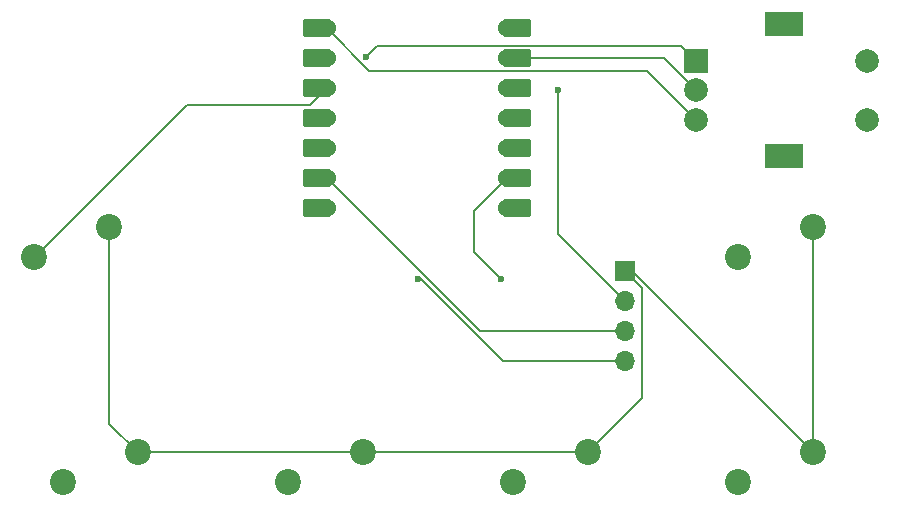
<source format=gbr>
%TF.GenerationSoftware,KiCad,Pcbnew,9.0.6*%
%TF.CreationDate,2025-12-08T21:15:04+04:00*%
%TF.ProjectId,L3MON hackpad,4c334d4f-4e20-4686-9163-6b7061642e6b,rev?*%
%TF.SameCoordinates,Original*%
%TF.FileFunction,Copper,L1,Top*%
%TF.FilePolarity,Positive*%
%FSLAX46Y46*%
G04 Gerber Fmt 4.6, Leading zero omitted, Abs format (unit mm)*
G04 Created by KiCad (PCBNEW 9.0.6) date 2025-12-08 21:15:04*
%MOMM*%
%LPD*%
G01*
G04 APERTURE LIST*
G04 Aperture macros list*
%AMRoundRect*
0 Rectangle with rounded corners*
0 $1 Rounding radius*
0 $2 $3 $4 $5 $6 $7 $8 $9 X,Y pos of 4 corners*
0 Add a 4 corners polygon primitive as box body*
4,1,4,$2,$3,$4,$5,$6,$7,$8,$9,$2,$3,0*
0 Add four circle primitives for the rounded corners*
1,1,$1+$1,$2,$3*
1,1,$1+$1,$4,$5*
1,1,$1+$1,$6,$7*
1,1,$1+$1,$8,$9*
0 Add four rect primitives between the rounded corners*
20,1,$1+$1,$2,$3,$4,$5,0*
20,1,$1+$1,$4,$5,$6,$7,0*
20,1,$1+$1,$6,$7,$8,$9,0*
20,1,$1+$1,$8,$9,$2,$3,0*%
G04 Aperture macros list end*
%TA.AperFunction,ComponentPad*%
%ADD10C,2.200000*%
%TD*%
%TA.AperFunction,SMDPad,CuDef*%
%ADD11RoundRect,0.152400X1.063600X0.609600X-1.063600X0.609600X-1.063600X-0.609600X1.063600X-0.609600X0*%
%TD*%
%TA.AperFunction,ComponentPad*%
%ADD12C,1.524000*%
%TD*%
%TA.AperFunction,SMDPad,CuDef*%
%ADD13RoundRect,0.152400X-1.063600X-0.609600X1.063600X-0.609600X1.063600X0.609600X-1.063600X0.609600X0*%
%TD*%
%TA.AperFunction,ComponentPad*%
%ADD14R,1.700000X1.700000*%
%TD*%
%TA.AperFunction,ComponentPad*%
%ADD15O,1.700000X1.700000*%
%TD*%
%TA.AperFunction,ComponentPad*%
%ADD16R,2.000000X2.000000*%
%TD*%
%TA.AperFunction,ComponentPad*%
%ADD17C,2.000000*%
%TD*%
%TA.AperFunction,ComponentPad*%
%ADD18R,3.200000X2.000000*%
%TD*%
%TA.AperFunction,ViaPad*%
%ADD19C,0.600000*%
%TD*%
%TA.AperFunction,Conductor*%
%ADD20C,0.200000*%
%TD*%
G04 APERTURE END LIST*
D10*
%TO.P,SW1,1,1*%
%TO.N,GND*%
X109696250Y-52070000D03*
%TO.P,SW1,2,2*%
%TO.N,Net-(U1-GPIO28{slash}ADC2{slash}A2)*%
X103346250Y-54610000D03*
%TD*%
%TO.P,SW3,1,1*%
%TO.N,GND*%
X131127500Y-71120000D03*
%TO.P,SW3,2,2*%
%TO.N,Net-(U1-GPIO1{slash}RX)*%
X124777500Y-73660000D03*
%TD*%
%TO.P,SW6,1,1*%
%TO.N,GND*%
X169227500Y-52070000D03*
%TO.P,SW6,2,2*%
%TO.N,Net-(U1-GPIO3{slash}MOSI)*%
X162877500Y-54610000D03*
%TD*%
D11*
%TO.P,U1,1,GPIO26/ADC0/A0*%
%TO.N,Net-(U1-GPIO26{slash}ADC0{slash}A0)*%
X127276250Y-35242500D03*
D12*
X128111250Y-35242500D03*
D11*
%TO.P,U1,2,GPIO27/ADC1/A1*%
%TO.N,Net-(U1-GPIO27{slash}ADC1{slash}A1)*%
X127276250Y-37782500D03*
D12*
X128111250Y-37782500D03*
D11*
%TO.P,U1,3,GPIO28/ADC2/A2*%
%TO.N,Net-(U1-GPIO28{slash}ADC2{slash}A2)*%
X127276250Y-40322500D03*
D12*
X128111250Y-40322500D03*
D11*
%TO.P,U1,4,GPIO29/ADC3/A3*%
%TO.N,unconnected-(U1-GPIO29{slash}ADC3{slash}A3-Pad4)*%
X127276250Y-42862500D03*
D12*
X128111250Y-42862500D03*
D11*
%TO.P,U1,5,GPIO6/SDA*%
%TO.N,Net-(J1-Pin_4)*%
X127276250Y-45402500D03*
D12*
X128111250Y-45402500D03*
D11*
%TO.P,U1,6,GPIO7/SCL*%
%TO.N,Net-(J1-Pin_3)*%
X127276250Y-47942500D03*
D12*
X128111250Y-47942500D03*
D11*
%TO.P,U1,7,GPIO0/TX*%
%TO.N,Net-(U1-GPIO0{slash}TX)*%
X127276250Y-50482500D03*
D12*
X128111250Y-50482500D03*
%TO.P,U1,8,GPIO1/RX*%
%TO.N,Net-(U1-GPIO1{slash}RX)*%
X143351250Y-50482500D03*
D13*
X144186250Y-50482500D03*
D12*
%TO.P,U1,9,GPIO2/SCK*%
%TO.N,Net-(U1-GPIO2{slash}SCK)*%
X143351250Y-47942500D03*
D13*
X144186250Y-47942500D03*
D12*
%TO.P,U1,10,GPIO4/MISO*%
%TO.N,Net-(U1-GPIO4{slash}MISO)*%
X143351250Y-45402500D03*
D13*
X144186250Y-45402500D03*
D12*
%TO.P,U1,11,GPIO3/MOSI*%
%TO.N,Net-(U1-GPIO3{slash}MOSI)*%
X143351250Y-42862500D03*
D13*
X144186250Y-42862500D03*
D12*
%TO.P,U1,12,3V3*%
%TO.N,unconnected-(U1-3V3-Pad12)*%
X143351250Y-40322500D03*
D13*
X144186250Y-40322500D03*
D12*
%TO.P,U1,13,GND*%
%TO.N,GND*%
X143351250Y-37782500D03*
D13*
X144186250Y-37782500D03*
D12*
%TO.P,U1,14,VBUS*%
%TO.N,+5V*%
X143351250Y-35242500D03*
D13*
X144186250Y-35242500D03*
%TD*%
D10*
%TO.P,SW5,1,1*%
%TO.N,GND*%
X169227500Y-71120000D03*
%TO.P,SW5,2,2*%
%TO.N,Net-(U1-GPIO4{slash}MISO)*%
X162877500Y-73660000D03*
%TD*%
D14*
%TO.P,J1,1,Pin_1*%
%TO.N,GND*%
X153346250Y-55836250D03*
D15*
%TO.P,J1,2,Pin_2*%
%TO.N,+5V*%
X153346250Y-58376250D03*
%TO.P,J1,3,Pin_3*%
%TO.N,Net-(J1-Pin_3)*%
X153346250Y-60916250D03*
%TO.P,J1,4,Pin_4*%
%TO.N,Net-(J1-Pin_4)*%
X153346250Y-63456250D03*
%TD*%
D16*
%TO.P,SW8,A,A*%
%TO.N,Net-(U1-GPIO27{slash}ADC1{slash}A1)*%
X159331250Y-37981250D03*
D17*
%TO.P,SW8,B,B*%
%TO.N,Net-(U1-GPIO26{slash}ADC0{slash}A0)*%
X159331250Y-42981250D03*
%TO.P,SW8,C,C*%
%TO.N,GND*%
X159331250Y-40481250D03*
D18*
%TO.P,SW8,MP*%
%TO.N,N/C*%
X166831250Y-34881250D03*
X166831250Y-46081250D03*
D17*
%TO.P,SW8,S1,S1*%
%TO.N,unconnected-(SW8-PadS1)*%
X173831250Y-42981250D03*
%TO.P,SW8,S2,S2*%
%TO.N,unconnected-(SW8-PadS2)*%
X173831250Y-37981250D03*
%TD*%
D10*
%TO.P,SW4,1,1*%
%TO.N,GND*%
X150177500Y-71120000D03*
%TO.P,SW4,2,2*%
%TO.N,Net-(U1-GPIO2{slash}SCK)*%
X143827500Y-73660000D03*
%TD*%
%TO.P,SW2,1,1*%
%TO.N,GND*%
X112077500Y-71120000D03*
%TO.P,SW2,2,2*%
%TO.N,Net-(U1-GPIO0{slash}TX)*%
X105727500Y-73660000D03*
%TD*%
D19*
%TO.N,+5V*%
X147637500Y-40481250D03*
%TO.N,Net-(J1-Pin_4)*%
X135815110Y-56494890D03*
%TO.N,Net-(U1-GPIO2{slash}SCK)*%
X142818015Y-56468015D03*
%TO.N,Net-(U1-GPIO27{slash}ADC1{slash}A1)*%
X131393015Y-37675735D03*
%TD*%
D20*
%TO.N,+5V*%
X147637500Y-52667500D02*
X147637500Y-40481250D01*
X153346250Y-58376250D02*
X147637500Y-52667500D01*
%TO.N,GND*%
X112077500Y-71120000D02*
X131127500Y-71120000D01*
X159331250Y-40481250D02*
X156632500Y-37782500D01*
X150177500Y-71120000D02*
X154781250Y-66516250D01*
X109696250Y-52070000D02*
X109696250Y-68738750D01*
X154660000Y-57150000D02*
X153346250Y-55836250D01*
X109696250Y-68738750D02*
X112077500Y-71120000D01*
X154781250Y-57150000D02*
X154660000Y-57150000D01*
X169227500Y-71120000D02*
X169227500Y-52070000D01*
X154781250Y-66516250D02*
X154781250Y-57150000D01*
X131127500Y-71120000D02*
X150177500Y-71120000D01*
X156632500Y-37782500D02*
X143351250Y-37782500D01*
X153346250Y-55836250D02*
X153943750Y-55836250D01*
X153943750Y-55836250D02*
X169227500Y-71120000D01*
%TO.N,Net-(J1-Pin_3)*%
X153346250Y-60916250D02*
X141085000Y-60916250D01*
X141085000Y-60916250D02*
X128111250Y-47942500D01*
%TO.N,Net-(J1-Pin_4)*%
X143002310Y-63400660D02*
X136655825Y-57054175D01*
X143002310Y-63456250D02*
X143002310Y-63400660D01*
X136096540Y-56494890D02*
X135815110Y-56494890D01*
X136655825Y-57054175D02*
X136096540Y-56494890D01*
X127033620Y-45402500D02*
X128111250Y-45402500D01*
X153346250Y-63456250D02*
X143002310Y-63456250D01*
%TO.N,Net-(U1-GPIO28{slash}ADC2{slash}A2)*%
X126703750Y-41730000D02*
X128111250Y-40322500D01*
X103346250Y-54610000D02*
X103400000Y-54610000D01*
X103400000Y-54610000D02*
X116280000Y-41730000D01*
X116280000Y-41730000D02*
X126703750Y-41730000D01*
%TO.N,Net-(U1-GPIO2{slash}SCK)*%
X140550000Y-54200000D02*
X140550000Y-50743750D01*
X140550000Y-50743750D02*
X143351250Y-47942500D01*
X142818015Y-56468015D02*
X140550000Y-54200000D01*
%TO.N,Net-(U1-GPIO27{slash}ADC1{slash}A1)*%
X158069500Y-36719500D02*
X132349250Y-36719500D01*
X159331250Y-37981250D02*
X158069500Y-36719500D01*
X132349250Y-36719500D02*
X131393015Y-37675735D01*
%TO.N,Net-(U1-GPIO26{slash}ADC0{slash}A0)*%
X159331250Y-42981250D02*
X155195500Y-38845500D01*
X155195500Y-38845500D02*
X131714250Y-38845500D01*
X131714250Y-38845500D02*
X128111250Y-35242500D01*
%TD*%
M02*

</source>
